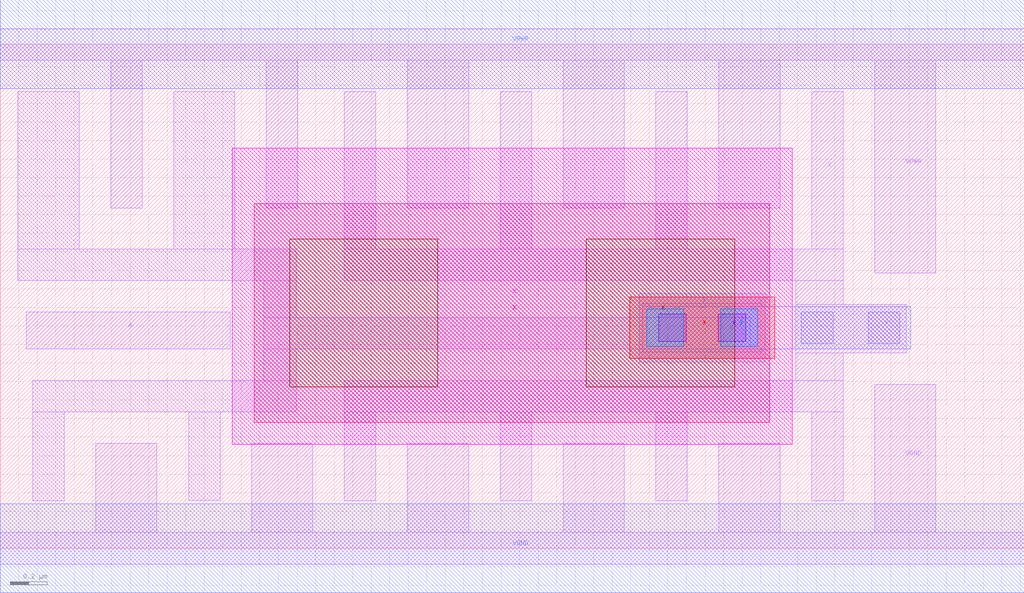
<source format=lef>
# Copyright 2020 The SkyWater PDK Authors
#
# Licensed under the Apache License, Version 2.0 (the "License");
# you may not use this file except in compliance with the License.
# You may obtain a copy of the License at
#
#     https://www.apache.org/licenses/LICENSE-2.0
#
# Unless required by applicable law or agreed to in writing, software
# distributed under the License is distributed on an "AS IS" BASIS,
# WITHOUT WARRANTIES OR CONDITIONS OF ANY KIND, either express or implied.
# See the License for the specific language governing permissions and
# limitations under the License.
#
# SPDX-License-Identifier: Apache-2.0

VERSION 5.5 ;
NAMESCASESENSITIVE ON ;
BUSBITCHARS "[]" ;
DIVIDERCHAR "/" ;
MACRO sky130_fd_sc_hd__probe_p_8
  CLASS CORE ;
  SOURCE USER ;
  ORIGIN  0.000000  0.000000 ;
  SIZE  5.520000 BY  2.720000 ;
  SYMMETRY X Y R90 ;
  SITE unithd ;
  PIN A
    ANTENNAGATEAREA  0.742500 ;
    DIRECTION INPUT ;
    USE SIGNAL ;
    PORT
      LAYER li1 ;
        RECT 0.140000 1.075000 1.240000 1.275000 ;
    END
  END A
  PIN X
    ANTENNAPARTIALMETALSIDEAREA  0.012000 ;
    DIRECTION OUTPUT ;
    USE SIGNAL ;
    PORT
      LAYER li1 ;
        RECT 1.855000 0.255000 2.025000 0.735000 ;
        RECT 1.855000 0.735000 4.545000 0.905000 ;
        RECT 1.855000 1.445000 4.545000 1.615000 ;
        RECT 1.855000 1.615000 2.025000 2.465000 ;
        RECT 2.695000 0.255000 2.865000 0.735000 ;
        RECT 2.695000 1.615000 2.865000 2.465000 ;
        RECT 3.535000 0.255000 3.705000 0.735000 ;
        RECT 3.535000 1.615000 3.705000 2.465000 ;
        RECT 4.290000 0.905000 4.545000 1.055000 ;
        RECT 4.290000 1.055000 4.885000 1.315000 ;
        RECT 4.290000 1.315000 4.545000 1.445000 ;
        RECT 4.375000 0.255000 4.545000 0.735000 ;
        RECT 4.375000 1.615000 4.545000 2.465000 ;
    END
    PORT
      LAYER mcon ;
        RECT 4.320000 1.105000 4.490000 1.275000 ;
        RECT 4.680000 1.105000 4.850000 1.275000 ;
      LAYER via ;
        RECT 3.550000 1.115000 3.700000 1.265000 ;
        RECT 3.870000 1.115000 4.020000 1.265000 ;
      LAYER via2 ;
        RECT 3.485000 1.090000 3.685000 1.290000 ;
        RECT 3.885000 1.090000 4.085000 1.290000 ;
      LAYER via3 ;
        RECT 3.485000 1.090000 3.685000 1.290000 ;
        RECT 3.885000 1.090000 4.085000 1.290000 ;
      LAYER via4 ;
        RECT 1.560000 0.870000 2.360000 1.670000 ;
        RECT 3.160000 0.870000 3.960000 1.670000 ;
    END
    PORT
      LAYER met1 ;
        RECT 3.465000 1.060000 4.105000 1.075000 ;
        RECT 3.465000 1.075000 4.910000 1.305000 ;
        RECT 3.465000 1.305000 4.105000 1.320000 ;
    END
    PORT
      LAYER met2 ;
        RECT 3.445000 1.005000 4.125000 1.375000 ;
    END
    PORT
      LAYER met3 ;
        RECT 3.395000 1.025000 4.175000 1.355000 ;
    END
    PORT
      LAYER met4 ;
        RECT 1.370000 0.680000 4.150000 1.860000 ;
    END
    PORT
      LAYER met5 ;
        RECT 1.250000 0.560000 4.270000 2.160000 ;
    END
  END X
  PIN VGND
    DIRECTION INOUT ;
    SHAPE ABUTMENT ;
    USE GROUND ;
    PORT
      LAYER li1 ;
        RECT 0.000000 -0.085000 5.520000 0.085000 ;
        RECT 0.515000  0.085000 0.845000 0.565000 ;
        RECT 1.355000  0.085000 1.685000 0.565000 ;
        RECT 2.195000  0.085000 2.525000 0.565000 ;
        RECT 3.035000  0.085000 3.365000 0.565000 ;
        RECT 3.875000  0.085000 4.205000 0.565000 ;
        RECT 4.715000  0.085000 5.045000 0.885000 ;
    END
    PORT
      LAYER met1 ;
        RECT 0.000000 -0.240000 5.520000 0.240000 ;
    END
  END VGND
  PIN VNB
    DIRECTION INOUT ;
    USE GROUND ;
    PORT
    END
  END VNB
  PIN VPB
    DIRECTION INOUT ;
    USE POWER ;
    PORT
    END
  END VPB
  PIN VPWR
    DIRECTION INOUT ;
    SHAPE ABUTMENT ;
    USE POWER ;
    PORT
      LAYER li1 ;
        RECT 0.000000 2.635000 5.520000 2.805000 ;
        RECT 0.595000 1.835000 0.765000 2.635000 ;
        RECT 1.435000 1.835000 1.605000 2.635000 ;
        RECT 2.195000 1.835000 2.525000 2.635000 ;
        RECT 3.035000 1.835000 3.365000 2.635000 ;
        RECT 3.875000 1.835000 4.205000 2.635000 ;
        RECT 4.715000 1.485000 5.045000 2.635000 ;
    END
    PORT
      LAYER met1 ;
        RECT 0.000000 2.480000 5.520000 2.960000 ;
    END
  END VPWR
  OBS
    LAYER li1 ;
      RECT 0.095000 1.445000 1.595000 1.615000 ;
      RECT 0.095000 1.615000 0.425000 2.465000 ;
      RECT 0.175000 0.255000 0.345000 0.735000 ;
      RECT 0.175000 0.735000 1.595000 0.905000 ;
      RECT 0.935000 1.615000 1.265000 2.465000 ;
      RECT 1.015000 0.260000 1.185000 0.735000 ;
      RECT 1.420000 0.905000 1.595000 1.075000 ;
      RECT 1.420000 1.075000 4.045000 1.245000 ;
      RECT 1.420000 1.245000 1.595000 1.445000 ;
  END
END sky130_fd_sc_hd__probe_p_8
END LIBRARY

</source>
